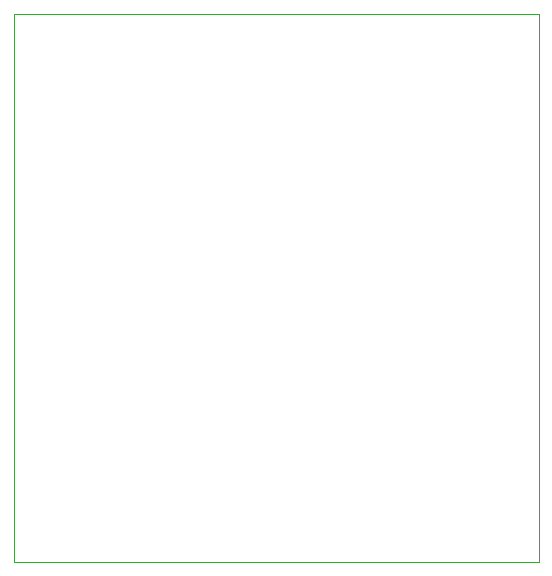
<source format=gbr>
G04 #@! TF.GenerationSoftware,KiCad,Pcbnew,5.1.5*
G04 #@! TF.CreationDate,2020-05-18T04:02:55+03:00*
G04 #@! TF.ProjectId,usb-tester,7573622d-7465-4737-9465-722e6b696361,rev?*
G04 #@! TF.SameCoordinates,Original*
G04 #@! TF.FileFunction,Profile,NP*
%FSLAX46Y46*%
G04 Gerber Fmt 4.6, Leading zero omitted, Abs format (unit mm)*
G04 Created by KiCad (PCBNEW 5.1.5) date 2020-05-18 04:02:55*
%MOMM*%
%LPD*%
G04 APERTURE LIST*
%ADD10C,0.100000*%
G04 APERTURE END LIST*
D10*
X89535000Y-104775000D02*
X89535000Y-58420000D01*
X133985000Y-104775000D02*
X89535000Y-104775000D01*
X133985000Y-58420000D02*
X133985000Y-104775000D01*
X89535000Y-58420000D02*
X133985000Y-58420000D01*
M02*

</source>
